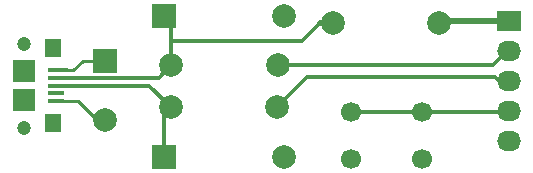
<source format=gtl>
%TF.GenerationSoftware,KiCad,Pcbnew,4.0.4+e1-6308~48~ubuntu16.04.1-stable*%
%TF.CreationDate,2016-12-31T16:39:50-08:00*%
%TF.ProjectId,usb-breakout,7573622D627265616B6F75742E6B6963,v1.1*%
%TF.FileFunction,Copper,L1,Top,Signal*%
%FSLAX46Y46*%
G04 Gerber Fmt 4.6, Leading zero omitted, Abs format (unit mm)*
G04 Created by KiCad (PCBNEW 4.0.4+e1-6308~48~ubuntu16.04.1-stable) date Sat Dec 31 16:39:50 2016*
%MOMM*%
%LPD*%
G01*
G04 APERTURE LIST*
%ADD10C,0.350000*%
%ADD11R,2.000000X2.000000*%
%ADD12C,2.000000*%
%ADD13C,1.998980*%
%ADD14R,1.998980X1.998980*%
%ADD15C,1.700000*%
%ADD16R,2.032000X1.727200*%
%ADD17O,2.032000X1.727200*%
%ADD18R,1.350000X0.400000*%
%ADD19R,1.400000X1.600000*%
%ADD20C,1.200000*%
%ADD21R,1.900000X1.900000*%
%ADD22C,0.254000*%
%ADD23C,0.508000*%
%ADD24C,0.330200*%
%ADD25C,0.350000*%
G04 APERTURE END LIST*
D10*
D11*
X110490000Y-97155000D03*
D12*
X110490000Y-102155000D03*
D13*
X125641100Y-105295700D03*
D14*
X115481100Y-105295700D03*
D13*
X125641100Y-93345000D03*
D14*
X115481100Y-93345000D03*
D15*
X137325100Y-105460300D03*
X131325100Y-105460300D03*
X137325100Y-101460300D03*
X131325100Y-101460300D03*
D13*
X116078000Y-101092000D03*
X125078000Y-101092000D03*
X116095000Y-97536000D03*
X125095000Y-97536000D03*
X138794000Y-93980000D03*
X129794000Y-93980000D03*
D16*
X144653000Y-93789500D03*
D17*
X144653000Y-96329500D03*
X144653000Y-98869500D03*
X144653000Y-101409500D03*
X144653000Y-103949500D03*
D18*
X106295400Y-97962800D03*
X106295400Y-98612800D03*
X106295400Y-99261900D03*
X106295400Y-99912800D03*
X106295400Y-100562800D03*
D19*
X106070400Y-96062800D03*
D20*
X103620400Y-95712800D03*
D21*
X103620400Y-98062800D03*
X103620400Y-100462800D03*
D19*
X106070400Y-102462800D03*
D20*
X103620400Y-102812800D03*
D22*
X106295400Y-100562800D02*
X108182800Y-100562800D01*
X108182800Y-100562800D02*
X109775000Y-102155000D01*
X109775000Y-102155000D02*
X110490000Y-102155000D01*
D23*
X129794000Y-93980000D02*
X128706100Y-93980000D01*
D24*
X116095000Y-95504000D02*
X116095000Y-93958900D01*
X116095000Y-97536000D02*
X116095000Y-95504000D01*
X116095000Y-95504000D02*
X127182100Y-95504000D01*
X127182100Y-95504000D02*
X128706100Y-93980000D01*
X116095000Y-93958900D02*
X115481100Y-93345000D01*
X106295400Y-98612800D02*
X115018200Y-98612800D01*
X115018200Y-98612800D02*
X116095000Y-97536000D01*
X115252500Y-92999560D02*
X115481100Y-92770960D01*
X115481100Y-105295700D02*
X115481100Y-101688900D01*
X115481100Y-101688900D02*
X116078000Y-101092000D01*
X106295400Y-99261900D02*
X114247900Y-99261900D01*
X114247900Y-99261900D02*
X116078000Y-101092000D01*
X115252500Y-105067100D02*
X115481100Y-105295700D01*
D23*
X144653000Y-93789500D02*
X138984500Y-93789500D01*
X138984500Y-93789500D02*
X138794000Y-93980000D01*
D22*
X107777200Y-97962800D02*
X108585000Y-97155000D01*
X108585000Y-97155000D02*
X110490000Y-97155000D01*
D24*
X144462500Y-93980000D02*
X144653000Y-93789500D01*
D22*
X107777200Y-97962800D02*
X107300600Y-97962800D01*
D24*
X106295400Y-97962800D02*
X107300600Y-97962800D01*
X125095000Y-97536000D02*
X143294100Y-97536000D01*
X143294100Y-97536000D02*
X144500600Y-96329500D01*
X144500600Y-96329500D02*
X144653000Y-96329500D01*
X144653000Y-98869500D02*
X143827500Y-98869500D01*
X143827500Y-98869500D02*
X143510000Y-98552000D01*
X143510000Y-98552000D02*
X127618000Y-98552000D01*
X127618000Y-98552000D02*
X125078000Y-101092000D01*
X137325100Y-101460300D02*
X144602200Y-101460300D01*
X144602200Y-101460300D02*
X144653000Y-101409500D01*
X131325100Y-101460300D02*
X137325100Y-101460300D01*
D25*
X110490000Y-97155000D03*
X110490000Y-102155000D03*
X125641100Y-105295700D03*
X115481100Y-105295700D03*
X125641100Y-93345000D03*
X115481100Y-93345000D03*
X137325100Y-105460300D03*
X131325100Y-105460300D03*
X137325100Y-101460300D03*
X131325100Y-101460300D03*
X116078000Y-101092000D03*
X125078000Y-101092000D03*
X116095000Y-97536000D03*
X125095000Y-97536000D03*
X138794000Y-93980000D03*
X129794000Y-93980000D03*
X144653000Y-93789500D03*
X144653000Y-96329500D03*
X144653000Y-98869500D03*
X144653000Y-101409500D03*
X144653000Y-103949500D03*
X103620400Y-95712800D03*
X103620400Y-102812800D03*
M02*

</source>
